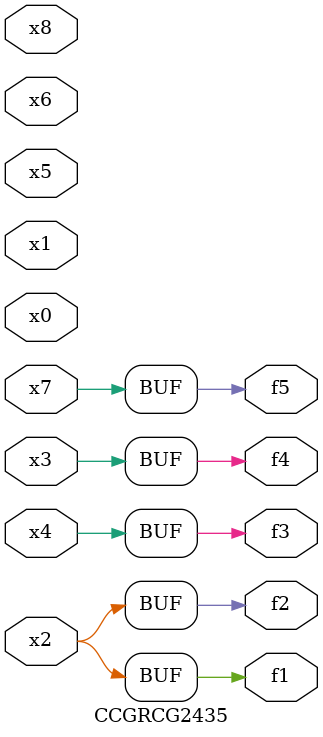
<source format=v>
module CCGRCG2435(
	input x0, x1, x2, x3, x4, x5, x6, x7, x8,
	output f1, f2, f3, f4, f5
);
	assign f1 = x2;
	assign f2 = x2;
	assign f3 = x4;
	assign f4 = x3;
	assign f5 = x7;
endmodule

</source>
